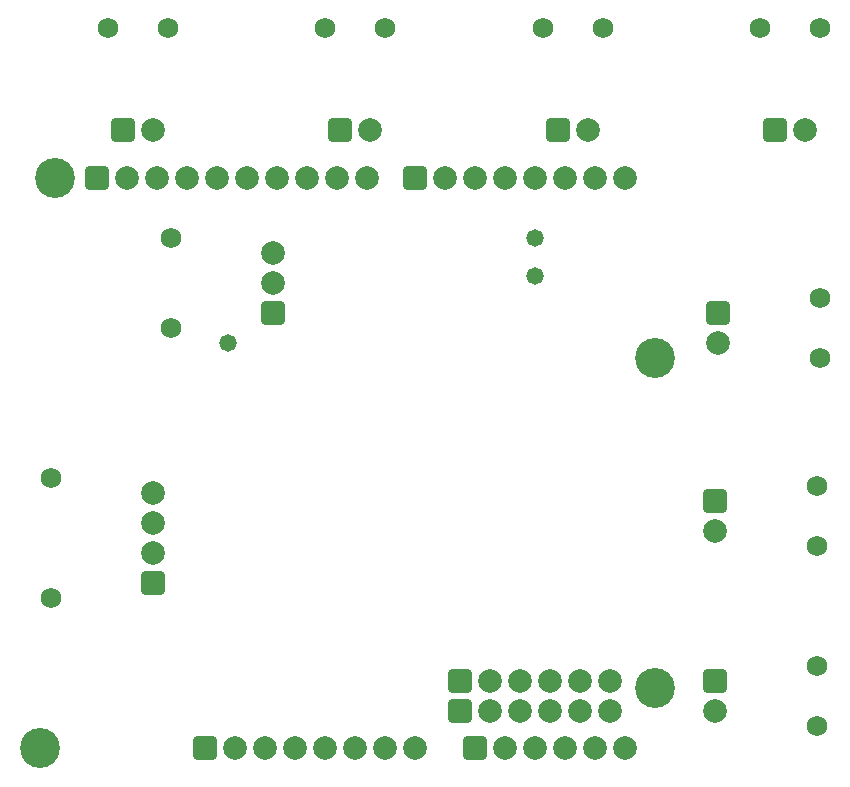
<source format=gbs>
G04*
G04 #@! TF.GenerationSoftware,Altium Limited,Altium Designer,20.0.13 (296)*
G04*
G04 Layer_Color=16711935*
%FSLAX24Y24*%
%MOIN*%
G70*
G01*
G75*
%ADD37C,0.0680*%
G04:AMPARAMS|DCode=38|XSize=78.9mil|YSize=78.9mil|CornerRadius=12.9mil|HoleSize=0mil|Usage=FLASHONLY|Rotation=0.000|XOffset=0mil|YOffset=0mil|HoleType=Round|Shape=RoundedRectangle|*
%AMROUNDEDRECTD38*
21,1,0.0789,0.0531,0,0,0.0*
21,1,0.0531,0.0789,0,0,0.0*
1,1,0.0257,0.0266,-0.0266*
1,1,0.0257,-0.0266,-0.0266*
1,1,0.0257,-0.0266,0.0266*
1,1,0.0257,0.0266,0.0266*
%
%ADD38ROUNDEDRECTD38*%
%ADD39C,0.0789*%
G04:AMPARAMS|DCode=40|XSize=78.9mil|YSize=78.9mil|CornerRadius=12.9mil|HoleSize=0mil|Usage=FLASHONLY|Rotation=270.000|XOffset=0mil|YOffset=0mil|HoleType=Round|Shape=RoundedRectangle|*
%AMROUNDEDRECTD40*
21,1,0.0789,0.0531,0,0,270.0*
21,1,0.0531,0.0789,0,0,270.0*
1,1,0.0257,-0.0266,-0.0266*
1,1,0.0257,-0.0266,0.0266*
1,1,0.0257,0.0266,0.0266*
1,1,0.0257,0.0266,-0.0266*
%
%ADD40ROUNDEDRECTD40*%
%ADD41C,0.0580*%
%ADD42C,0.1330*%
D37*
X9750Y25000D02*
D03*
X7750D02*
D03*
X17000D02*
D03*
X15000D02*
D03*
X24250D02*
D03*
X22250D02*
D03*
X31500D02*
D03*
X29500D02*
D03*
X31500Y14000D02*
D03*
Y16000D02*
D03*
X31402Y7750D02*
D03*
Y9750D02*
D03*
Y1750D02*
D03*
Y3750D02*
D03*
X5848Y6000D02*
D03*
Y10000D02*
D03*
X9848Y15000D02*
D03*
Y18000D02*
D03*
D38*
X8250Y21598D02*
D03*
X15500D02*
D03*
X22750D02*
D03*
X30000D02*
D03*
X18000Y20000D02*
D03*
X7400D02*
D03*
X11000Y1000D02*
D03*
X20000D02*
D03*
X19500Y2250D02*
D03*
Y3250D02*
D03*
D39*
X9250Y21598D02*
D03*
X16500D02*
D03*
X23750D02*
D03*
X31000D02*
D03*
X28098Y14500D02*
D03*
X28000Y8250D02*
D03*
Y2250D02*
D03*
X9250Y9500D02*
D03*
Y8500D02*
D03*
Y7500D02*
D03*
X13250Y17500D02*
D03*
Y16500D02*
D03*
X19000Y20000D02*
D03*
X20000D02*
D03*
X21000D02*
D03*
X22000D02*
D03*
X23000D02*
D03*
X25000D02*
D03*
X24000D02*
D03*
X12400D02*
D03*
X11400D02*
D03*
X10400D02*
D03*
X9400D02*
D03*
X8400D02*
D03*
X16400D02*
D03*
X15400D02*
D03*
X14400D02*
D03*
X13400D02*
D03*
X12000Y1000D02*
D03*
X13000D02*
D03*
X14000D02*
D03*
X15000D02*
D03*
X16000D02*
D03*
X18000D02*
D03*
X17000D02*
D03*
X25000D02*
D03*
X24000D02*
D03*
X23000D02*
D03*
X22000D02*
D03*
X21000D02*
D03*
X24500Y2250D02*
D03*
X23500D02*
D03*
X22500D02*
D03*
X21500D02*
D03*
X20500D02*
D03*
X24500Y3250D02*
D03*
X23500D02*
D03*
X22500D02*
D03*
X21500D02*
D03*
X20500D02*
D03*
D40*
X28098Y15500D02*
D03*
X28000Y9250D02*
D03*
Y3250D02*
D03*
X9250Y6500D02*
D03*
X13250Y15500D02*
D03*
D41*
X22000Y16750D02*
D03*
Y18000D02*
D03*
X11750Y14500D02*
D03*
D42*
X26000Y3000D02*
D03*
Y14000D02*
D03*
X5500Y1000D02*
D03*
X6000Y20000D02*
D03*
M02*

</source>
